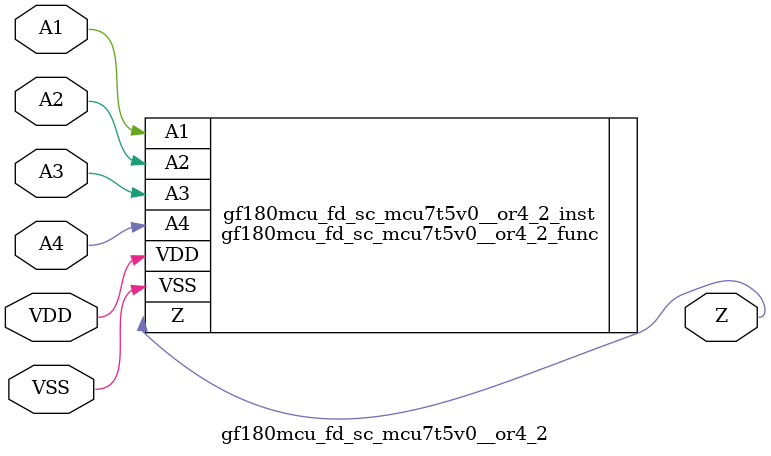
<source format=v>

module gf180mcu_fd_sc_mcu7t5v0__or4_2( A1, A2, A3, A4, Z, VDD, VSS );
input A1, A2, A3, A4;
inout VDD, VSS;
output Z;

   `ifdef FUNCTIONAL  //  functional //

	gf180mcu_fd_sc_mcu7t5v0__or4_2_func gf180mcu_fd_sc_mcu7t5v0__or4_2_behav_inst(.A1(A1),.A2(A2),.A3(A3),.A4(A4),.Z(Z),.VDD(VDD),.VSS(VSS));

   `else

	gf180mcu_fd_sc_mcu7t5v0__or4_2_func gf180mcu_fd_sc_mcu7t5v0__or4_2_inst(.A1(A1),.A2(A2),.A3(A3),.A4(A4),.Z(Z),.VDD(VDD),.VSS(VSS));

	// spec_gates_begin


	// spec_gates_end



   specify

	// specify_block_begin

	// comb arc A1 --> Z
	 (A1 => Z) = (1.0,1.0);

	// comb arc A2 --> Z
	 (A2 => Z) = (1.0,1.0);

	// comb arc A3 --> Z
	 (A3 => Z) = (1.0,1.0);

	// comb arc A4 --> Z
	 (A4 => Z) = (1.0,1.0);

	// specify_block_end

   endspecify

   `endif

endmodule

</source>
